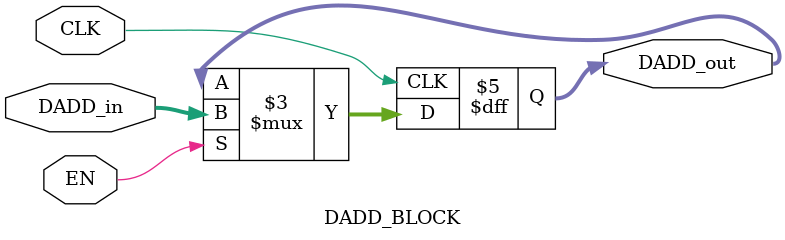
<source format=v>

module DADD_BLOCK(
    input CLK,
    input [15:0] DADD_in,
    output reg [15:0] DADD_out,
	 input EN
);

always @(posedge CLK)begin
if(EN)
    DADD_out <= DADD_in;
else
	DADD_out <= DADD_out;
end
endmodule
</source>
